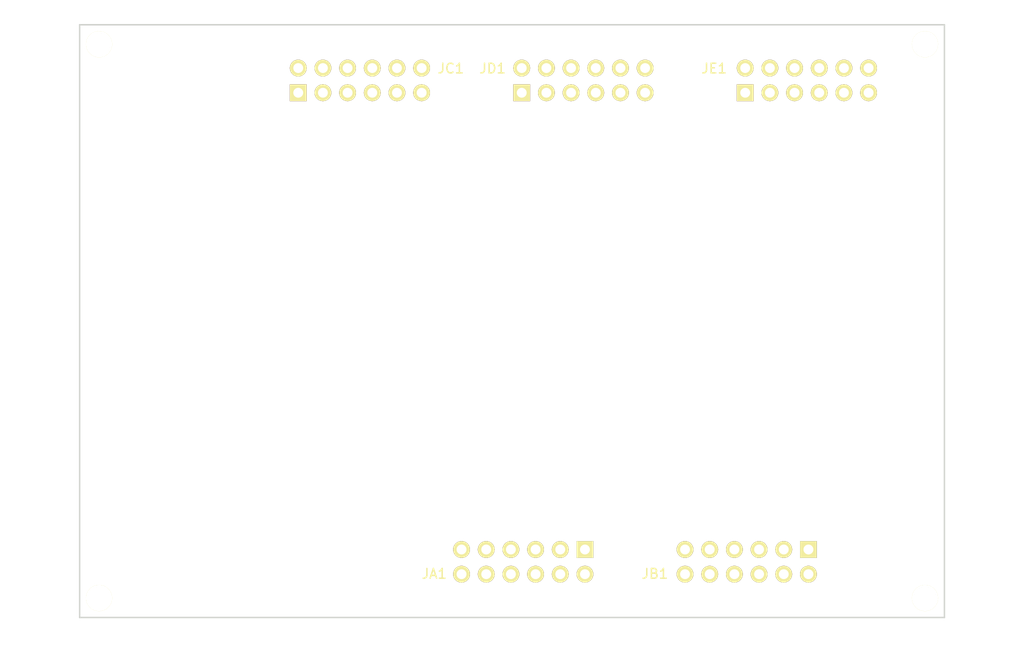
<source format=kicad_pcb>
(kicad_pcb (version 20160815) (host pcbnew "(2017-01-24 revision 0b6147e)-makepkg")
  (layers (0 F.Cu signal) (1 In1.Cu power hide) (2 In2.Cu power hide) (31 B.Cu signal) (34 B.Paste user) (35 F.Paste user) (36 B.SilkS user) (37 F.SilkS user) (38 B.Mask user) (39 F.Mask user) (44 Edge.Cuts user))
  (net 0 "")
  (net 1 /fpga/VCC3V3)
  (net 2 GND)
  (net 3 "Net-(JA1-Pad7)")
  (net 4 "Net-(JA1-Pad1)")
  (net 5 "Net-(JA1-Pad8)")
  (net 6 "Net-(JA1-Pad2)")
  (net 7 "Net-(JA1-Pad9)")
  (net 8 "Net-(JA1-Pad3)")
  (net 9 "Net-(JA1-Pad10)")
  (net 10 "Net-(JA1-Pad4)")
  (net 11 "Net-(JA1-Pad11)")
  (net 12 "Net-(JA1-Pad5)")
  (net 13 "Net-(JA1-Pad12)")
  (net 14 "Net-(JA1-Pad6)")
  (net 15 "Net-(JB1-Pad6)")
  (net 16 "Net-(JB1-Pad12)")
  (net 17 "Net-(JB1-Pad5)")
  (net 18 "Net-(JB1-Pad11)")
  (net 19 "Net-(JB1-Pad4)")
  (net 20 "Net-(JB1-Pad10)")
  (net 21 "Net-(JB1-Pad3)")
  (net 22 "Net-(JB1-Pad9)")
  (net 23 "Net-(JB1-Pad2)")
  (net 24 "Net-(JB1-Pad8)")
  (net 25 "Net-(JB1-Pad1)")
  (net 26 "Net-(JB1-Pad7)")
  (net 27 "Net-(JC1-Pad6)")
  (net 28 "Net-(JC1-Pad12)")
  (net 29 "Net-(JC1-Pad5)")
  (net 30 "Net-(JC1-Pad11)")
  (net 31 "Net-(JC1-Pad4)")
  (net 32 "Net-(JC1-Pad10)")
  (net 33 "Net-(JC1-Pad3)")
  (net 34 "Net-(JC1-Pad9)")
  (net 35 "Net-(JC1-Pad2)")
  (net 36 "Net-(JC1-Pad8)")
  (net 37 "Net-(JC1-Pad1)")
  (net 38 "Net-(JC1-Pad7)")
  (net 39 "Net-(JD1-Pad6)")
  (net 40 "Net-(JD1-Pad12)")
  (net 41 "Net-(JD1-Pad5)")
  (net 42 "Net-(JD1-Pad11)")
  (net 43 "Net-(JD1-Pad4)")
  (net 44 "Net-(JD1-Pad10)")
  (net 45 "Net-(JD1-Pad3)")
  (net 46 "Net-(JD1-Pad9)")
  (net 47 "Net-(JD1-Pad2)")
  (net 48 "Net-(JD1-Pad8)")
  (net 49 "Net-(JD1-Pad1)")
  (net 50 "Net-(JD1-Pad7)")
  (net 51 "Net-(JE1-Pad7)")
  (net 52 "Net-(JE1-Pad1)")
  (net 53 "Net-(JE1-Pad8)")
  (net 54 "Net-(JE1-Pad2)")
  (net 55 "Net-(JE1-Pad9)")
  (net 56 "Net-(JE1-Pad3)")
  (net 57 "Net-(JE1-Pad10)")
  (net 58 "Net-(JE1-Pad4)")
  (net 59 "Net-(JE1-Pad11)")
  (net 60 "Net-(JE1-Pad5)")
  (net 61 "Net-(JE1-Pad12)")
  (net 62 "Net-(JE1-Pad6)")
  (module Spartan6Dev:Socket_Strip_Angled_2x06_PMOD (layer F.Cu) (at 84.5 132 180)
    (fp_text reference JA1 (at 15.5 -2.5 180) (layer F.SilkS))
    (fp_text value PMA)
    (pad 7 thru_hole oval (at -0.0035 -2.5435) (size 1.7272 1.7272) (drill 1.016) (layers *.Cu *.Mask F.SilkS) (net 3 "Net-(JA1-Pad7)"))
    (pad 1 thru_hole rect (at -0.0035 -0.0035) (size 1.7272 1.7272) (drill 1.016) (layers *.Cu *.Mask F.SilkS) (net 4 "Net-(JA1-Pad1)"))
    (pad 8 thru_hole oval (at 2.5365 -2.5435) (size 1.7272 1.7272) (drill 1.016) (layers *.Cu *.Mask F.SilkS) (net 5 "Net-(JA1-Pad8)"))
    (pad 2 thru_hole oval (at 2.5365 -0.0035) (size 1.7272 1.7272) (drill 1.016) (layers *.Cu *.Mask F.SilkS) (net 6 "Net-(JA1-Pad2)"))
    (pad 9 thru_hole oval (at 5.0765 -2.5435) (size 1.7272 1.7272) (drill 1.016) (layers *.Cu *.Mask F.SilkS) (net 7 "Net-(JA1-Pad9)"))
    (pad 3 thru_hole oval (at 5.0765 -0.0035) (size 1.7272 1.7272) (drill 1.016) (layers *.Cu *.Mask F.SilkS) (net 8 "Net-(JA1-Pad3)"))
    (pad 10 thru_hole oval (at 7.6165 -2.5435) (size 1.7272 1.7272) (drill 1.016) (layers *.Cu *.Mask F.SilkS) (net 9 "Net-(JA1-Pad10)"))
    (pad 4 thru_hole oval (at 7.6165 -0.0035) (size 1.7272 1.7272) (drill 1.016) (layers *.Cu *.Mask F.SilkS) (net 10 "Net-(JA1-Pad4)"))
    (pad 11 thru_hole oval (at 10.1565 -2.5435) (size 1.7272 1.7272) (drill 1.016) (layers *.Cu *.Mask F.SilkS) (net 11 "Net-(JA1-Pad11)"))
    (pad 5 thru_hole oval (at 10.1565 -0.0035) (size 1.7272 1.7272) (drill 1.016) (layers *.Cu *.Mask F.SilkS) (net 12 "Net-(JA1-Pad5)"))
    (pad 12 thru_hole oval (at 12.6965 -2.5435) (size 1.7272 1.7272) (drill 1.016) (layers *.Cu *.Mask F.SilkS) (net 13 "Net-(JA1-Pad12)"))
    (pad 6 thru_hole circle (at 12.6965 -0.0035) (size 1.7272 1.7272) (drill 1.016) (layers *.Cu *.Mask F.SilkS) (net 14 "Net-(JA1-Pad6)"))
  )
  (module Spartan6Dev:Socket_Strip_Angled_2x06_PMOD (layer F.Cu) (at 107.5 132 180)
    (fp_text reference JB1 (at 15.8 -2.5 180) (layer F.SilkS))
    (fp_text value PMB)
    (pad 6 thru_hole circle (at 12.6965 -0.0035) (size 1.7272 1.7272) (drill 1.016) (layers *.Cu *.Mask F.SilkS) (net 15 "Net-(JB1-Pad6)"))
    (pad 12 thru_hole oval (at 12.6965 -2.5435) (size 1.7272 1.7272) (drill 1.016) (layers *.Cu *.Mask F.SilkS) (net 16 "Net-(JB1-Pad12)"))
    (pad 5 thru_hole oval (at 10.1565 -0.0035) (size 1.7272 1.7272) (drill 1.016) (layers *.Cu *.Mask F.SilkS) (net 17 "Net-(JB1-Pad5)"))
    (pad 11 thru_hole oval (at 10.1565 -2.5435) (size 1.7272 1.7272) (drill 1.016) (layers *.Cu *.Mask F.SilkS) (net 18 "Net-(JB1-Pad11)"))
    (pad 4 thru_hole oval (at 7.6165 -0.0035) (size 1.7272 1.7272) (drill 1.016) (layers *.Cu *.Mask F.SilkS) (net 19 "Net-(JB1-Pad4)"))
    (pad 10 thru_hole oval (at 7.6165 -2.5435) (size 1.7272 1.7272) (drill 1.016) (layers *.Cu *.Mask F.SilkS) (net 20 "Net-(JB1-Pad10)"))
    (pad 3 thru_hole oval (at 5.0765 -0.0035) (size 1.7272 1.7272) (drill 1.016) (layers *.Cu *.Mask F.SilkS) (net 21 "Net-(JB1-Pad3)"))
    (pad 9 thru_hole oval (at 5.0765 -2.5435) (size 1.7272 1.7272) (drill 1.016) (layers *.Cu *.Mask F.SilkS) (net 22 "Net-(JB1-Pad9)"))
    (pad 2 thru_hole oval (at 2.5365 -0.0035) (size 1.7272 1.7272) (drill 1.016) (layers *.Cu *.Mask F.SilkS) (net 23 "Net-(JB1-Pad2)"))
    (pad 8 thru_hole oval (at 2.5365 -2.5435) (size 1.7272 1.7272) (drill 1.016) (layers *.Cu *.Mask F.SilkS) (net 24 "Net-(JB1-Pad8)"))
    (pad 1 thru_hole rect (at -0.0035 -0.0035) (size 1.7272 1.7272) (drill 1.016) (layers *.Cu *.Mask F.SilkS) (net 25 "Net-(JB1-Pad1)"))
    (pad 7 thru_hole oval (at -0.0035 -2.5435) (size 1.7272 1.7272) (drill 1.016) (layers *.Cu *.Mask F.SilkS) (net 26 "Net-(JB1-Pad7)"))
  )
  (module Spartan6Dev:Socket_Strip_Angled_2x06_PMOD (layer F.Cu) (at 55 85)
    (fp_text reference JC1 (at 15.7 -2.5) (layer F.SilkS))
    (fp_text value PMC)
    (pad 6 thru_hole circle (at 12.6965 -0.0035 180) (size 1.7272 1.7272) (drill 1.016) (layers *.Cu *.Mask F.SilkS) (net 27 "Net-(JC1-Pad6)"))
    (pad 12 thru_hole oval (at 12.6965 -2.5435 180) (size 1.7272 1.7272) (drill 1.016) (layers *.Cu *.Mask F.SilkS) (net 28 "Net-(JC1-Pad12)"))
    (pad 5 thru_hole oval (at 10.1565 -0.0035 180) (size 1.7272 1.7272) (drill 1.016) (layers *.Cu *.Mask F.SilkS) (net 29 "Net-(JC1-Pad5)"))
    (pad 11 thru_hole oval (at 10.1565 -2.5435 180) (size 1.7272 1.7272) (drill 1.016) (layers *.Cu *.Mask F.SilkS) (net 30 "Net-(JC1-Pad11)"))
    (pad 4 thru_hole oval (at 7.6165 -0.0035 180) (size 1.7272 1.7272) (drill 1.016) (layers *.Cu *.Mask F.SilkS) (net 31 "Net-(JC1-Pad4)"))
    (pad 10 thru_hole oval (at 7.6165 -2.5435 180) (size 1.7272 1.7272) (drill 1.016) (layers *.Cu *.Mask F.SilkS) (net 32 "Net-(JC1-Pad10)"))
    (pad 3 thru_hole oval (at 5.0765 -0.0035 180) (size 1.7272 1.7272) (drill 1.016) (layers *.Cu *.Mask F.SilkS) (net 33 "Net-(JC1-Pad3)"))
    (pad 9 thru_hole oval (at 5.0765 -2.5435 180) (size 1.7272 1.7272) (drill 1.016) (layers *.Cu *.Mask F.SilkS) (net 34 "Net-(JC1-Pad9)"))
    (pad 2 thru_hole oval (at 2.5365 -0.0035 180) (size 1.7272 1.7272) (drill 1.016) (layers *.Cu *.Mask F.SilkS) (net 35 "Net-(JC1-Pad2)"))
    (pad 8 thru_hole oval (at 2.5365 -2.5435 180) (size 1.7272 1.7272) (drill 1.016) (layers *.Cu *.Mask F.SilkS) (net 36 "Net-(JC1-Pad8)"))
    (pad 1 thru_hole rect (at -0.0035 -0.0035 180) (size 1.7272 1.7272) (drill 1.016) (layers *.Cu *.Mask F.SilkS) (net 37 "Net-(JC1-Pad1)"))
    (pad 7 thru_hole oval (at -0.0035 -2.5435 180) (size 1.7272 1.7272) (drill 1.016) (layers *.Cu *.Mask F.SilkS) (net 38 "Net-(JC1-Pad7)"))
  )
  (module Spartan6Dev:Socket_Strip_Angled_2x06_PMOD (layer F.Cu) (at 78 85)
    (fp_text reference JD1 (at -3 -2.5 180) (layer F.SilkS))
    (fp_text value PMD)
    (pad 6 thru_hole circle (at 12.6965 -0.0035 180) (size 1.7272 1.7272) (drill 1.016) (layers *.Cu *.Mask F.SilkS) (net 39 "Net-(JD1-Pad6)"))
    (pad 12 thru_hole oval (at 12.6965 -2.5435 180) (size 1.7272 1.7272) (drill 1.016) (layers *.Cu *.Mask F.SilkS) (net 40 "Net-(JD1-Pad12)"))
    (pad 5 thru_hole oval (at 10.1565 -0.0035 180) (size 1.7272 1.7272) (drill 1.016) (layers *.Cu *.Mask F.SilkS) (net 41 "Net-(JD1-Pad5)"))
    (pad 11 thru_hole oval (at 10.1565 -2.5435 180) (size 1.7272 1.7272) (drill 1.016) (layers *.Cu *.Mask F.SilkS) (net 42 "Net-(JD1-Pad11)"))
    (pad 4 thru_hole oval (at 7.6165 -0.0035 180) (size 1.7272 1.7272) (drill 1.016) (layers *.Cu *.Mask F.SilkS) (net 43 "Net-(JD1-Pad4)"))
    (pad 10 thru_hole oval (at 7.6165 -2.5435 180) (size 1.7272 1.7272) (drill 1.016) (layers *.Cu *.Mask F.SilkS) (net 44 "Net-(JD1-Pad10)"))
    (pad 3 thru_hole oval (at 5.0765 -0.0035 180) (size 1.7272 1.7272) (drill 1.016) (layers *.Cu *.Mask F.SilkS) (net 45 "Net-(JD1-Pad3)"))
    (pad 9 thru_hole oval (at 5.0765 -2.5435 180) (size 1.7272 1.7272) (drill 1.016) (layers *.Cu *.Mask F.SilkS) (net 46 "Net-(JD1-Pad9)"))
    (pad 2 thru_hole oval (at 2.5365 -0.0035 180) (size 1.7272 1.7272) (drill 1.016) (layers *.Cu *.Mask F.SilkS) (net 47 "Net-(JD1-Pad2)"))
    (pad 8 thru_hole oval (at 2.5365 -2.5435 180) (size 1.7272 1.7272) (drill 1.016) (layers *.Cu *.Mask F.SilkS) (net 48 "Net-(JD1-Pad8)"))
    (pad 1 thru_hole rect (at -0.0035 -0.0035 180) (size 1.7272 1.7272) (drill 1.016) (layers *.Cu *.Mask F.SilkS) (net 49 "Net-(JD1-Pad1)"))
    (pad 7 thru_hole oval (at -0.0035 -2.5435 180) (size 1.7272 1.7272) (drill 1.016) (layers *.Cu *.Mask F.SilkS) (net 50 "Net-(JD1-Pad7)"))
  )
  (module Spartan6Dev:Socket_Strip_Angled_2x06_PMOD (layer F.Cu) (at 101 85)
    (fp_text reference JE1 (at -3.2 -2.5) (layer F.SilkS))
    (fp_text value PME)
    (pad 7 thru_hole oval (at -0.0035 -2.5435 180) (size 1.7272 1.7272) (drill 1.016) (layers *.Cu *.Mask F.SilkS) (net 51 "Net-(JE1-Pad7)"))
    (pad 1 thru_hole rect (at -0.0035 -0.0035 180) (size 1.7272 1.7272) (drill 1.016) (layers *.Cu *.Mask F.SilkS) (net 52 "Net-(JE1-Pad1)"))
    (pad 8 thru_hole oval (at 2.5365 -2.5435 180) (size 1.7272 1.7272) (drill 1.016) (layers *.Cu *.Mask F.SilkS) (net 53 "Net-(JE1-Pad8)"))
    (pad 2 thru_hole oval (at 2.5365 -0.0035 180) (size 1.7272 1.7272) (drill 1.016) (layers *.Cu *.Mask F.SilkS) (net 54 "Net-(JE1-Pad2)"))
    (pad 9 thru_hole oval (at 5.0765 -2.5435 180) (size 1.7272 1.7272) (drill 1.016) (layers *.Cu *.Mask F.SilkS) (net 55 "Net-(JE1-Pad9)"))
    (pad 3 thru_hole oval (at 5.0765 -0.0035 180) (size 1.7272 1.7272) (drill 1.016) (layers *.Cu *.Mask F.SilkS) (net 56 "Net-(JE1-Pad3)"))
    (pad 10 thru_hole oval (at 7.6165 -2.5435 180) (size 1.7272 1.7272) (drill 1.016) (layers *.Cu *.Mask F.SilkS) (net 57 "Net-(JE1-Pad10)"))
    (pad 4 thru_hole oval (at 7.6165 -0.0035 180) (size 1.7272 1.7272) (drill 1.016) (layers *.Cu *.Mask F.SilkS) (net 58 "Net-(JE1-Pad4)"))
    (pad 11 thru_hole oval (at 10.1565 -2.5435 180) (size 1.7272 1.7272) (drill 1.016) (layers *.Cu *.Mask F.SilkS) (net 59 "Net-(JE1-Pad11)"))
    (pad 5 thru_hole oval (at 10.1565 -0.0035 180) (size 1.7272 1.7272) (drill 1.016) (layers *.Cu *.Mask F.SilkS) (net 60 "Net-(JE1-Pad5)"))
    (pad 12 thru_hole oval (at 12.6965 -2.5435 180) (size 1.7272 1.7272) (drill 1.016) (layers *.Cu *.Mask F.SilkS) (net 61 "Net-(JE1-Pad12)"))
    (pad 6 thru_hole circle (at 12.6965 -0.0035 180) (size 1.7272 1.7272) (drill 1.016) (layers *.Cu *.Mask F.SilkS) (net 62 "Net-(JE1-Pad6)"))
  )
  (module Mounting_Holes:MountingHole_2.7mm_M2.5 (layer F.Cu) (at 119.5 137)
    (fp_text reference REF**)
    (fp_text value MountingHole_2.7mm_M2.5)
    (pad 1 np_thru_hole circle (at 0 0) (size 2.7 2.7) (drill 2.7) (layers *.Cu *.Mask F.SilkS))
  )
  (module Mounting_Holes:MountingHole_2.7mm_M2.5 (layer F.Cu) (at 119.5 80)
    (fp_text reference REF**)
    (fp_text value MountingHole_2.7mm_M2.5)
    (pad 1 np_thru_hole circle (at 0 0) (size 2.7 2.7) (drill 2.7) (layers *.Cu *.Mask F.SilkS))
  )
  (module Mounting_Holes:MountingHole_2.7mm_M2.5 (layer F.Cu) (at 34.5 80)
    (fp_text reference REF**)
    (fp_text value MountingHole_2.7mm_M2.5)
    (pad 1 np_thru_hole circle (at 0 0) (size 2.7 2.7) (drill 2.7) (layers *.Cu *.Mask F.SilkS))
  )
  (module Mounting_Holes:MountingHole_2.7mm_M2.5 (layer F.Cu) (at 34.5 137)
    (fp_text reference REF**)
    (fp_text value MountingHole_2.7mm_M2.5)
    (pad 1 np_thru_hole circle (at 0 0) (size 2.7 2.7) (drill 2.7) (layers *.Cu *.Mask F.SilkS))
  )
  (gr_line (start 32.5 139) (end 32.5 78) (angle 90) (layer Edge.Cuts) (width 0.15))
  (gr_line (start 121.5 139) (end 32.5 139) (angle 90) (layer Edge.Cuts) (width 0.15))
  (gr_line (start 32.5 78) (end 121.5 78) (angle 90) (layer Edge.Cuts) (width 0.15))
  (gr_line (start 121.5 78) (end 121.5 139) (angle 90) (layer Edge.Cuts) (width 0.15))
)
</source>
